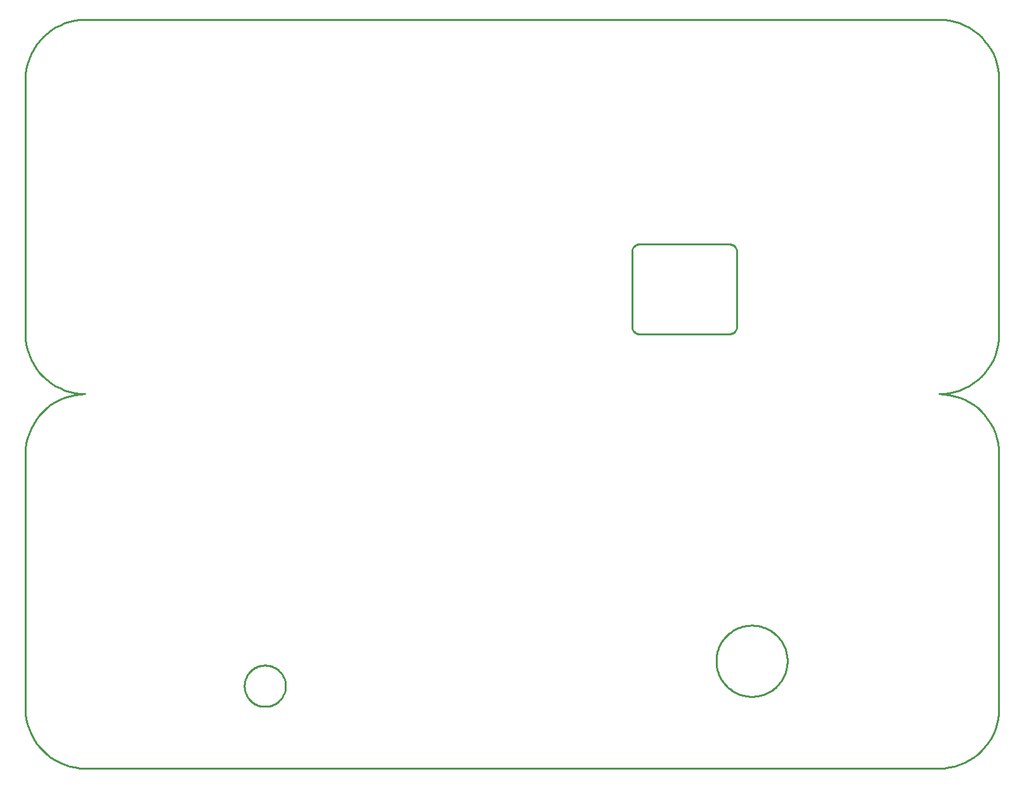
<source format=gbr>
G04 EAGLE Gerber RS-274X export*
G75*
%MOMM*%
%FSLAX34Y34*%
%LPD*%
%IN*%
%IPPOS*%
%AMOC8*
5,1,8,0,0,1.08239X$1,22.5*%
G01*
%ADD10C,0.254000*%


D10*
X0Y80000D02*
X304Y73028D01*
X1215Y66108D01*
X2726Y59294D01*
X4825Y52638D01*
X7495Y46191D01*
X10718Y40000D01*
X14468Y34114D01*
X18716Y28577D01*
X23431Y23431D01*
X28577Y18716D01*
X34114Y14468D01*
X40000Y10718D01*
X46191Y7495D01*
X52638Y4825D01*
X59294Y2726D01*
X66108Y1215D01*
X73028Y304D01*
X80000Y0D01*
X1220000Y0D01*
X1226972Y304D01*
X1233892Y1215D01*
X1240706Y2726D01*
X1247362Y4825D01*
X1253809Y7495D01*
X1260000Y10718D01*
X1265886Y14468D01*
X1271423Y18716D01*
X1276569Y23431D01*
X1281284Y28577D01*
X1285532Y34114D01*
X1289282Y40000D01*
X1292505Y46191D01*
X1295175Y52638D01*
X1297274Y59294D01*
X1298785Y66108D01*
X1299696Y73028D01*
X1300000Y80000D01*
X1300000Y420000D01*
X1299696Y426972D01*
X1298785Y433892D01*
X1297274Y440706D01*
X1295175Y447362D01*
X1292505Y453809D01*
X1289282Y460000D01*
X1285532Y465886D01*
X1281284Y471423D01*
X1276569Y476569D01*
X1271423Y481284D01*
X1265886Y485532D01*
X1260000Y489282D01*
X1253809Y492505D01*
X1247362Y495175D01*
X1240706Y497274D01*
X1233892Y498785D01*
X1226972Y499696D01*
X1220000Y500000D01*
X1226972Y500304D01*
X1233892Y501215D01*
X1240706Y502726D01*
X1247362Y504825D01*
X1253809Y507495D01*
X1260000Y510718D01*
X1265886Y514468D01*
X1271423Y518716D01*
X1276569Y523431D01*
X1281284Y528577D01*
X1285532Y534114D01*
X1289282Y540000D01*
X1292505Y546191D01*
X1295175Y552638D01*
X1297274Y559294D01*
X1298785Y566108D01*
X1299696Y573028D01*
X1300000Y580000D01*
X1300000Y920000D01*
X1299696Y926972D01*
X1298785Y933892D01*
X1297274Y940706D01*
X1295175Y947362D01*
X1292505Y953809D01*
X1289282Y960000D01*
X1285532Y965886D01*
X1281284Y971423D01*
X1276569Y976569D01*
X1271423Y981284D01*
X1265886Y985532D01*
X1260000Y989282D01*
X1253809Y992505D01*
X1247362Y995175D01*
X1240706Y997274D01*
X1233892Y998785D01*
X1226972Y999696D01*
X1220000Y1000000D01*
X80000Y1000000D01*
X73028Y999696D01*
X66108Y998785D01*
X59294Y997274D01*
X52638Y995175D01*
X46191Y992505D01*
X40000Y989282D01*
X34114Y985532D01*
X28577Y981284D01*
X23431Y976569D01*
X18716Y971423D01*
X14468Y965886D01*
X10718Y960000D01*
X7495Y953809D01*
X4825Y947362D01*
X2726Y940706D01*
X1215Y933892D01*
X304Y926972D01*
X0Y920000D01*
X0Y580000D01*
X304Y573028D01*
X1215Y566108D01*
X2726Y559294D01*
X4825Y552638D01*
X7495Y546191D01*
X10718Y540000D01*
X14468Y534114D01*
X18716Y528577D01*
X23431Y523431D01*
X28577Y518716D01*
X34114Y514468D01*
X40000Y510718D01*
X46191Y507495D01*
X52638Y504825D01*
X59294Y502726D01*
X66108Y501215D01*
X73028Y500304D01*
X80000Y500000D01*
X73028Y499696D01*
X66108Y498785D01*
X59294Y497274D01*
X52638Y495175D01*
X46191Y492505D01*
X40000Y489282D01*
X34114Y485532D01*
X28577Y481284D01*
X23431Y476569D01*
X18716Y471423D01*
X14468Y465886D01*
X10718Y460000D01*
X7495Y453809D01*
X4825Y447362D01*
X2726Y440706D01*
X1215Y433892D01*
X304Y426972D01*
X0Y420000D01*
X0Y80000D01*
X810000Y590000D02*
X810038Y589128D01*
X810152Y588264D01*
X810341Y587412D01*
X810603Y586580D01*
X810937Y585774D01*
X811340Y585000D01*
X811808Y584264D01*
X812340Y583572D01*
X812929Y582929D01*
X813572Y582340D01*
X814264Y581808D01*
X815000Y581340D01*
X815774Y580937D01*
X816580Y580603D01*
X817412Y580341D01*
X818264Y580152D01*
X819128Y580038D01*
X820000Y580000D01*
X940000Y580000D01*
X940872Y580038D01*
X941736Y580152D01*
X942588Y580341D01*
X943420Y580603D01*
X944226Y580937D01*
X945000Y581340D01*
X945736Y581808D01*
X946428Y582340D01*
X947071Y582929D01*
X947660Y583572D01*
X948192Y584264D01*
X948660Y585000D01*
X949063Y585774D01*
X949397Y586580D01*
X949659Y587412D01*
X949848Y588264D01*
X949962Y589128D01*
X950000Y590000D01*
X950000Y690000D01*
X949962Y690872D01*
X949848Y691736D01*
X949659Y692588D01*
X949397Y693420D01*
X949063Y694226D01*
X948660Y695000D01*
X948192Y695736D01*
X947660Y696428D01*
X947071Y697071D01*
X946428Y697660D01*
X945736Y698192D01*
X945000Y698660D01*
X944226Y699063D01*
X943420Y699397D01*
X942588Y699659D01*
X941736Y699848D01*
X940872Y699962D01*
X940000Y700000D01*
X820000Y700000D01*
X819128Y699962D01*
X818264Y699848D01*
X817412Y699659D01*
X816580Y699397D01*
X815774Y699063D01*
X815000Y698660D01*
X814264Y698192D01*
X813572Y697660D01*
X812929Y697071D01*
X812340Y696428D01*
X811808Y695736D01*
X811340Y695000D01*
X810937Y694226D01*
X810603Y693420D01*
X810341Y692588D01*
X810152Y691736D01*
X810038Y690872D01*
X810000Y690000D01*
X810000Y590000D01*
X1017500Y142417D02*
X1017427Y140553D01*
X1017280Y138693D01*
X1017061Y136841D01*
X1016769Y134998D01*
X1016405Y133168D01*
X1015970Y131354D01*
X1015463Y129559D01*
X1014887Y127785D01*
X1014241Y126034D01*
X1013527Y124311D01*
X1012746Y122617D01*
X1011899Y120954D01*
X1010988Y119327D01*
X1010013Y117736D01*
X1008977Y116185D01*
X1007880Y114676D01*
X1006725Y113211D01*
X1005514Y111792D01*
X1004247Y110422D01*
X1002928Y109103D01*
X1001558Y107837D01*
X1000140Y106625D01*
X998674Y105470D01*
X997165Y104373D01*
X995614Y103337D01*
X994023Y102362D01*
X992396Y101451D01*
X990733Y100604D01*
X989039Y99823D01*
X987316Y99109D01*
X985565Y98463D01*
X983791Y97887D01*
X981996Y97380D01*
X980182Y96945D01*
X978352Y96581D01*
X976509Y96289D01*
X974657Y96070D01*
X972797Y95923D01*
X970933Y95850D01*
X969067Y95850D01*
X967203Y95923D01*
X965343Y96070D01*
X963491Y96289D01*
X961648Y96581D01*
X959818Y96945D01*
X958004Y97380D01*
X956209Y97887D01*
X954435Y98463D01*
X952684Y99109D01*
X950961Y99823D01*
X949267Y100604D01*
X947604Y101451D01*
X945977Y102362D01*
X944386Y103337D01*
X942835Y104373D01*
X941326Y105470D01*
X939861Y106625D01*
X938442Y107837D01*
X937072Y109103D01*
X935753Y110422D01*
X934487Y111792D01*
X933275Y113211D01*
X932120Y114676D01*
X931023Y116185D01*
X929987Y117736D01*
X929012Y119327D01*
X928101Y120954D01*
X927254Y122617D01*
X926473Y124311D01*
X925759Y126034D01*
X925113Y127785D01*
X924537Y129559D01*
X924030Y131354D01*
X923595Y133168D01*
X923231Y134998D01*
X922939Y136841D01*
X922720Y138693D01*
X922573Y140553D01*
X922500Y142417D01*
X922500Y144283D01*
X922573Y146147D01*
X922720Y148007D01*
X922939Y149859D01*
X923231Y151702D01*
X923595Y153532D01*
X924030Y155346D01*
X924537Y157141D01*
X925113Y158915D01*
X925759Y160666D01*
X926473Y162389D01*
X927254Y164083D01*
X928101Y165746D01*
X929012Y167373D01*
X929987Y168964D01*
X931023Y170515D01*
X932120Y172024D01*
X933275Y173490D01*
X934487Y174908D01*
X935753Y176278D01*
X937072Y177597D01*
X938442Y178864D01*
X939861Y180075D01*
X941326Y181230D01*
X942835Y182327D01*
X944386Y183363D01*
X945977Y184338D01*
X947604Y185249D01*
X949267Y186096D01*
X950961Y186877D01*
X952684Y187591D01*
X954435Y188237D01*
X956209Y188813D01*
X958004Y189320D01*
X959818Y189755D01*
X961648Y190119D01*
X963491Y190411D01*
X965343Y190630D01*
X967203Y190777D01*
X969067Y190850D01*
X970933Y190850D01*
X972797Y190777D01*
X974657Y190630D01*
X976509Y190411D01*
X978352Y190119D01*
X980182Y189755D01*
X981996Y189320D01*
X983791Y188813D01*
X985565Y188237D01*
X987316Y187591D01*
X989039Y186877D01*
X990733Y186096D01*
X992396Y185249D01*
X994023Y184338D01*
X995614Y183363D01*
X997165Y182327D01*
X998674Y181230D01*
X1000140Y180075D01*
X1001558Y178864D01*
X1002928Y177597D01*
X1004247Y176278D01*
X1005514Y174908D01*
X1006725Y173490D01*
X1007880Y172024D01*
X1008977Y170515D01*
X1010013Y168964D01*
X1010988Y167373D01*
X1011899Y165746D01*
X1012746Y164083D01*
X1013527Y162389D01*
X1014241Y160666D01*
X1014887Y158915D01*
X1015463Y157141D01*
X1015970Y155346D01*
X1016405Y153532D01*
X1016769Y151702D01*
X1017061Y149859D01*
X1017280Y148007D01*
X1017427Y146147D01*
X1017500Y144283D01*
X1017500Y142417D01*
X347500Y109280D02*
X347425Y107842D01*
X347274Y106409D01*
X347049Y104987D01*
X346749Y103578D01*
X346377Y102187D01*
X345932Y100817D01*
X345415Y99473D01*
X344830Y98157D01*
X344176Y96874D01*
X343456Y95626D01*
X342671Y94419D01*
X341825Y93253D01*
X340918Y92134D01*
X339955Y91064D01*
X338936Y90045D01*
X337866Y89082D01*
X336747Y88175D01*
X335582Y87329D01*
X334374Y86544D01*
X333126Y85824D01*
X331843Y85170D01*
X330527Y84585D01*
X329183Y84068D01*
X327813Y83623D01*
X326422Y83251D01*
X325013Y82951D01*
X323591Y82726D01*
X322158Y82575D01*
X320720Y82500D01*
X319280Y82500D01*
X317842Y82575D01*
X316409Y82726D01*
X314987Y82951D01*
X313578Y83251D01*
X312187Y83623D01*
X310817Y84068D01*
X309473Y84585D01*
X308157Y85170D01*
X306874Y85824D01*
X305626Y86544D01*
X304419Y87329D01*
X303253Y88175D01*
X302134Y89082D01*
X301064Y90045D01*
X300045Y91064D01*
X299082Y92134D01*
X298175Y93253D01*
X297329Y94419D01*
X296544Y95626D01*
X295824Y96874D01*
X295170Y98157D01*
X294585Y99473D01*
X294068Y100817D01*
X293623Y102187D01*
X293251Y103578D01*
X292951Y104987D01*
X292726Y106409D01*
X292575Y107842D01*
X292500Y109280D01*
X292500Y110720D01*
X292575Y112158D01*
X292726Y113591D01*
X292951Y115013D01*
X293251Y116422D01*
X293623Y117813D01*
X294068Y119183D01*
X294585Y120527D01*
X295170Y121843D01*
X295824Y123126D01*
X296544Y124374D01*
X297329Y125582D01*
X298175Y126747D01*
X299082Y127866D01*
X300045Y128936D01*
X301064Y129955D01*
X302134Y130918D01*
X303253Y131825D01*
X304419Y132671D01*
X305626Y133456D01*
X306874Y134176D01*
X308157Y134830D01*
X309473Y135415D01*
X310817Y135932D01*
X312187Y136377D01*
X313578Y136749D01*
X314987Y137049D01*
X316409Y137274D01*
X317842Y137425D01*
X319280Y137500D01*
X320720Y137500D01*
X322158Y137425D01*
X323591Y137274D01*
X325013Y137049D01*
X326422Y136749D01*
X327813Y136377D01*
X329183Y135932D01*
X330527Y135415D01*
X331843Y134830D01*
X333126Y134176D01*
X334374Y133456D01*
X335582Y132671D01*
X336747Y131825D01*
X337866Y130918D01*
X338936Y129955D01*
X339955Y128936D01*
X340918Y127866D01*
X341825Y126747D01*
X342671Y125582D01*
X343456Y124374D01*
X344176Y123126D01*
X344830Y121843D01*
X345415Y120527D01*
X345932Y119183D01*
X346377Y117813D01*
X346749Y116422D01*
X347049Y115013D01*
X347274Y113591D01*
X347425Y112158D01*
X347500Y110720D01*
X347500Y109280D01*
M02*

</source>
